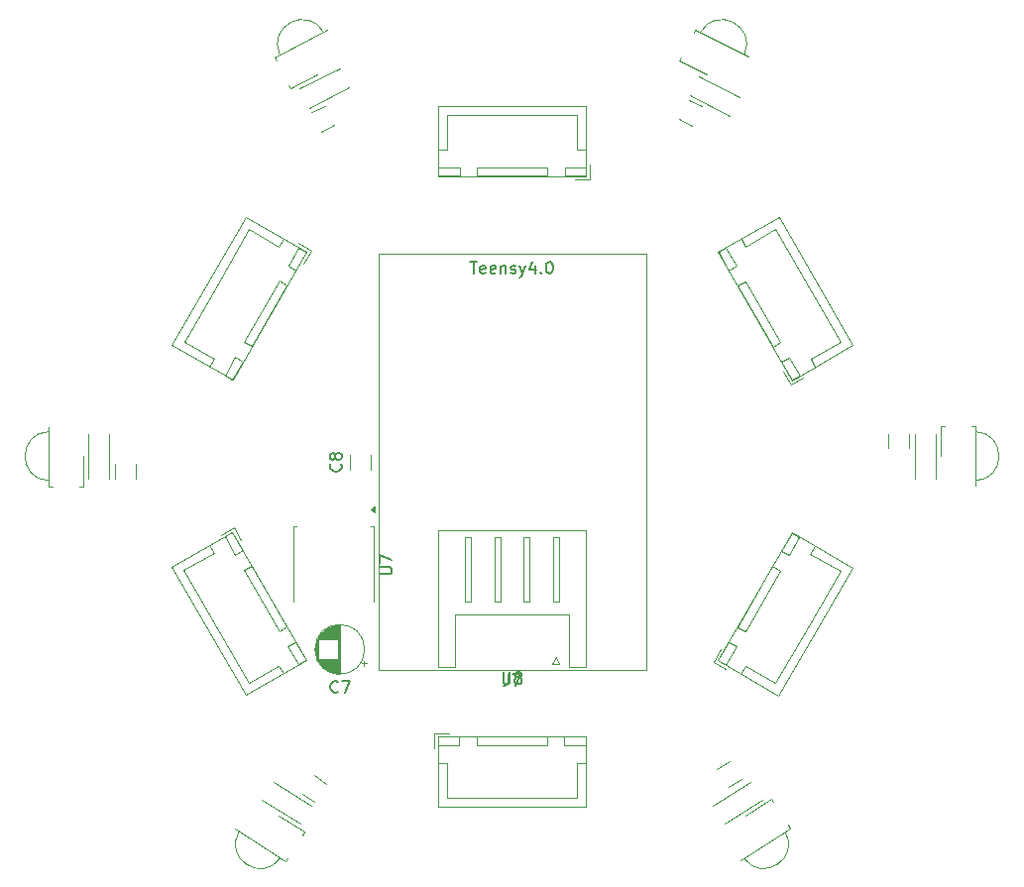
<source format=gbr>
%TF.GenerationSoftware,KiCad,Pcbnew,7.0.11*%
%TF.CreationDate,2025-01-20T02:02:22+09:00*%
%TF.ProjectId,CAM,43414d2e-6b69-4636-9164-5f7063625858,rev?*%
%TF.SameCoordinates,Original*%
%TF.FileFunction,Legend,Top*%
%TF.FilePolarity,Positive*%
%FSLAX46Y46*%
G04 Gerber Fmt 4.6, Leading zero omitted, Abs format (unit mm)*
G04 Created by KiCad (PCBNEW 7.0.11) date 2025-01-20 02:02:22*
%MOMM*%
%LPD*%
G01*
G04 APERTURE LIST*
%ADD10C,0.150000*%
%ADD11C,0.120000*%
G04 APERTURE END LIST*
D10*
X151638095Y-120064819D02*
X151638095Y-120874342D01*
X151638095Y-120874342D02*
X151685714Y-120969580D01*
X151685714Y-120969580D02*
X151733333Y-121017200D01*
X151733333Y-121017200D02*
X151828571Y-121064819D01*
X151828571Y-121064819D02*
X152019047Y-121064819D01*
X152019047Y-121064819D02*
X152114285Y-121017200D01*
X152114285Y-121017200D02*
X152161904Y-120969580D01*
X152161904Y-120969580D02*
X152209523Y-120874342D01*
X152209523Y-120874342D02*
X152209523Y-120064819D01*
X152828571Y-120493390D02*
X152733333Y-120445771D01*
X152733333Y-120445771D02*
X152685714Y-120398152D01*
X152685714Y-120398152D02*
X152638095Y-120302914D01*
X152638095Y-120302914D02*
X152638095Y-120255295D01*
X152638095Y-120255295D02*
X152685714Y-120160057D01*
X152685714Y-120160057D02*
X152733333Y-120112438D01*
X152733333Y-120112438D02*
X152828571Y-120064819D01*
X152828571Y-120064819D02*
X153019047Y-120064819D01*
X153019047Y-120064819D02*
X153114285Y-120112438D01*
X153114285Y-120112438D02*
X153161904Y-120160057D01*
X153161904Y-120160057D02*
X153209523Y-120255295D01*
X153209523Y-120255295D02*
X153209523Y-120302914D01*
X153209523Y-120302914D02*
X153161904Y-120398152D01*
X153161904Y-120398152D02*
X153114285Y-120445771D01*
X153114285Y-120445771D02*
X153019047Y-120493390D01*
X153019047Y-120493390D02*
X152828571Y-120493390D01*
X152828571Y-120493390D02*
X152733333Y-120541009D01*
X152733333Y-120541009D02*
X152685714Y-120588628D01*
X152685714Y-120588628D02*
X152638095Y-120683866D01*
X152638095Y-120683866D02*
X152638095Y-120874342D01*
X152638095Y-120874342D02*
X152685714Y-120969580D01*
X152685714Y-120969580D02*
X152733333Y-121017200D01*
X152733333Y-121017200D02*
X152828571Y-121064819D01*
X152828571Y-121064819D02*
X153019047Y-121064819D01*
X153019047Y-121064819D02*
X153114285Y-121017200D01*
X153114285Y-121017200D02*
X153161904Y-120969580D01*
X153161904Y-120969580D02*
X153209523Y-120874342D01*
X153209523Y-120874342D02*
X153209523Y-120683866D01*
X153209523Y-120683866D02*
X153161904Y-120588628D01*
X153161904Y-120588628D02*
X153114285Y-120541009D01*
X153114285Y-120541009D02*
X153019047Y-120493390D01*
X148828571Y-85004819D02*
X149399999Y-85004819D01*
X149114285Y-86004819D02*
X149114285Y-85004819D01*
X150114285Y-85957200D02*
X150019047Y-86004819D01*
X150019047Y-86004819D02*
X149828571Y-86004819D01*
X149828571Y-86004819D02*
X149733333Y-85957200D01*
X149733333Y-85957200D02*
X149685714Y-85861961D01*
X149685714Y-85861961D02*
X149685714Y-85481009D01*
X149685714Y-85481009D02*
X149733333Y-85385771D01*
X149733333Y-85385771D02*
X149828571Y-85338152D01*
X149828571Y-85338152D02*
X150019047Y-85338152D01*
X150019047Y-85338152D02*
X150114285Y-85385771D01*
X150114285Y-85385771D02*
X150161904Y-85481009D01*
X150161904Y-85481009D02*
X150161904Y-85576247D01*
X150161904Y-85576247D02*
X149685714Y-85671485D01*
X150971428Y-85957200D02*
X150876190Y-86004819D01*
X150876190Y-86004819D02*
X150685714Y-86004819D01*
X150685714Y-86004819D02*
X150590476Y-85957200D01*
X150590476Y-85957200D02*
X150542857Y-85861961D01*
X150542857Y-85861961D02*
X150542857Y-85481009D01*
X150542857Y-85481009D02*
X150590476Y-85385771D01*
X150590476Y-85385771D02*
X150685714Y-85338152D01*
X150685714Y-85338152D02*
X150876190Y-85338152D01*
X150876190Y-85338152D02*
X150971428Y-85385771D01*
X150971428Y-85385771D02*
X151019047Y-85481009D01*
X151019047Y-85481009D02*
X151019047Y-85576247D01*
X151019047Y-85576247D02*
X150542857Y-85671485D01*
X151447619Y-85338152D02*
X151447619Y-86004819D01*
X151447619Y-85433390D02*
X151495238Y-85385771D01*
X151495238Y-85385771D02*
X151590476Y-85338152D01*
X151590476Y-85338152D02*
X151733333Y-85338152D01*
X151733333Y-85338152D02*
X151828571Y-85385771D01*
X151828571Y-85385771D02*
X151876190Y-85481009D01*
X151876190Y-85481009D02*
X151876190Y-86004819D01*
X152304762Y-85957200D02*
X152400000Y-86004819D01*
X152400000Y-86004819D02*
X152590476Y-86004819D01*
X152590476Y-86004819D02*
X152685714Y-85957200D01*
X152685714Y-85957200D02*
X152733333Y-85861961D01*
X152733333Y-85861961D02*
X152733333Y-85814342D01*
X152733333Y-85814342D02*
X152685714Y-85719104D01*
X152685714Y-85719104D02*
X152590476Y-85671485D01*
X152590476Y-85671485D02*
X152447619Y-85671485D01*
X152447619Y-85671485D02*
X152352381Y-85623866D01*
X152352381Y-85623866D02*
X152304762Y-85528628D01*
X152304762Y-85528628D02*
X152304762Y-85481009D01*
X152304762Y-85481009D02*
X152352381Y-85385771D01*
X152352381Y-85385771D02*
X152447619Y-85338152D01*
X152447619Y-85338152D02*
X152590476Y-85338152D01*
X152590476Y-85338152D02*
X152685714Y-85385771D01*
X153066667Y-85338152D02*
X153304762Y-86004819D01*
X153542857Y-85338152D02*
X153304762Y-86004819D01*
X153304762Y-86004819D02*
X153209524Y-86242914D01*
X153209524Y-86242914D02*
X153161905Y-86290533D01*
X153161905Y-86290533D02*
X153066667Y-86338152D01*
X154352381Y-85338152D02*
X154352381Y-86004819D01*
X154114286Y-84957200D02*
X153876191Y-85671485D01*
X153876191Y-85671485D02*
X154495238Y-85671485D01*
X154876191Y-85909580D02*
X154923810Y-85957200D01*
X154923810Y-85957200D02*
X154876191Y-86004819D01*
X154876191Y-86004819D02*
X154828572Y-85957200D01*
X154828572Y-85957200D02*
X154876191Y-85909580D01*
X154876191Y-85909580D02*
X154876191Y-86004819D01*
X155542857Y-85004819D02*
X155638095Y-85004819D01*
X155638095Y-85004819D02*
X155733333Y-85052438D01*
X155733333Y-85052438D02*
X155780952Y-85100057D01*
X155780952Y-85100057D02*
X155828571Y-85195295D01*
X155828571Y-85195295D02*
X155876190Y-85385771D01*
X155876190Y-85385771D02*
X155876190Y-85623866D01*
X155876190Y-85623866D02*
X155828571Y-85814342D01*
X155828571Y-85814342D02*
X155780952Y-85909580D01*
X155780952Y-85909580D02*
X155733333Y-85957200D01*
X155733333Y-85957200D02*
X155638095Y-86004819D01*
X155638095Y-86004819D02*
X155542857Y-86004819D01*
X155542857Y-86004819D02*
X155447619Y-85957200D01*
X155447619Y-85957200D02*
X155400000Y-85909580D01*
X155400000Y-85909580D02*
X155352381Y-85814342D01*
X155352381Y-85814342D02*
X155304762Y-85623866D01*
X155304762Y-85623866D02*
X155304762Y-85385771D01*
X155304762Y-85385771D02*
X155352381Y-85195295D01*
X155352381Y-85195295D02*
X155400000Y-85100057D01*
X155400000Y-85100057D02*
X155447619Y-85052438D01*
X155447619Y-85052438D02*
X155542857Y-85004819D01*
X141115819Y-111666904D02*
X141925342Y-111666904D01*
X141925342Y-111666904D02*
X142020580Y-111619285D01*
X142020580Y-111619285D02*
X142068200Y-111571666D01*
X142068200Y-111571666D02*
X142115819Y-111476428D01*
X142115819Y-111476428D02*
X142115819Y-111285952D01*
X142115819Y-111285952D02*
X142068200Y-111190714D01*
X142068200Y-111190714D02*
X142020580Y-111143095D01*
X142020580Y-111143095D02*
X141925342Y-111095476D01*
X141925342Y-111095476D02*
X141115819Y-111095476D01*
X141115819Y-110714523D02*
X141115819Y-110047857D01*
X141115819Y-110047857D02*
X142115819Y-110476428D01*
X152066666Y-120196819D02*
X152066666Y-120911104D01*
X152066666Y-120911104D02*
X152019047Y-121053961D01*
X152019047Y-121053961D02*
X151923809Y-121149200D01*
X151923809Y-121149200D02*
X151780952Y-121196819D01*
X151780952Y-121196819D02*
X151685714Y-121196819D01*
X152447619Y-120196819D02*
X153114285Y-120196819D01*
X153114285Y-120196819D02*
X152685714Y-121196819D01*
X137755580Y-102274666D02*
X137803200Y-102322285D01*
X137803200Y-102322285D02*
X137850819Y-102465142D01*
X137850819Y-102465142D02*
X137850819Y-102560380D01*
X137850819Y-102560380D02*
X137803200Y-102703237D01*
X137803200Y-102703237D02*
X137707961Y-102798475D01*
X137707961Y-102798475D02*
X137612723Y-102846094D01*
X137612723Y-102846094D02*
X137422247Y-102893713D01*
X137422247Y-102893713D02*
X137279390Y-102893713D01*
X137279390Y-102893713D02*
X137088914Y-102846094D01*
X137088914Y-102846094D02*
X136993676Y-102798475D01*
X136993676Y-102798475D02*
X136898438Y-102703237D01*
X136898438Y-102703237D02*
X136850819Y-102560380D01*
X136850819Y-102560380D02*
X136850819Y-102465142D01*
X136850819Y-102465142D02*
X136898438Y-102322285D01*
X136898438Y-102322285D02*
X136946057Y-102274666D01*
X137279390Y-101703237D02*
X137231771Y-101798475D01*
X137231771Y-101798475D02*
X137184152Y-101846094D01*
X137184152Y-101846094D02*
X137088914Y-101893713D01*
X137088914Y-101893713D02*
X137041295Y-101893713D01*
X137041295Y-101893713D02*
X136946057Y-101846094D01*
X136946057Y-101846094D02*
X136898438Y-101798475D01*
X136898438Y-101798475D02*
X136850819Y-101703237D01*
X136850819Y-101703237D02*
X136850819Y-101512761D01*
X136850819Y-101512761D02*
X136898438Y-101417523D01*
X136898438Y-101417523D02*
X136946057Y-101369904D01*
X136946057Y-101369904D02*
X137041295Y-101322285D01*
X137041295Y-101322285D02*
X137088914Y-101322285D01*
X137088914Y-101322285D02*
X137184152Y-101369904D01*
X137184152Y-101369904D02*
X137231771Y-101417523D01*
X137231771Y-101417523D02*
X137279390Y-101512761D01*
X137279390Y-101512761D02*
X137279390Y-101703237D01*
X137279390Y-101703237D02*
X137327009Y-101798475D01*
X137327009Y-101798475D02*
X137374628Y-101846094D01*
X137374628Y-101846094D02*
X137469866Y-101893713D01*
X137469866Y-101893713D02*
X137660342Y-101893713D01*
X137660342Y-101893713D02*
X137755580Y-101846094D01*
X137755580Y-101846094D02*
X137803200Y-101798475D01*
X137803200Y-101798475D02*
X137850819Y-101703237D01*
X137850819Y-101703237D02*
X137850819Y-101512761D01*
X137850819Y-101512761D02*
X137803200Y-101417523D01*
X137803200Y-101417523D02*
X137755580Y-101369904D01*
X137755580Y-101369904D02*
X137660342Y-101322285D01*
X137660342Y-101322285D02*
X137469866Y-101322285D01*
X137469866Y-101322285D02*
X137374628Y-101369904D01*
X137374628Y-101369904D02*
X137327009Y-101417523D01*
X137327009Y-101417523D02*
X137279390Y-101512761D01*
X137517333Y-121719580D02*
X137469714Y-121767200D01*
X137469714Y-121767200D02*
X137326857Y-121814819D01*
X137326857Y-121814819D02*
X137231619Y-121814819D01*
X137231619Y-121814819D02*
X137088762Y-121767200D01*
X137088762Y-121767200D02*
X136993524Y-121671961D01*
X136993524Y-121671961D02*
X136945905Y-121576723D01*
X136945905Y-121576723D02*
X136898286Y-121386247D01*
X136898286Y-121386247D02*
X136898286Y-121243390D01*
X136898286Y-121243390D02*
X136945905Y-121052914D01*
X136945905Y-121052914D02*
X136993524Y-120957676D01*
X136993524Y-120957676D02*
X137088762Y-120862438D01*
X137088762Y-120862438D02*
X137231619Y-120814819D01*
X137231619Y-120814819D02*
X137326857Y-120814819D01*
X137326857Y-120814819D02*
X137469714Y-120862438D01*
X137469714Y-120862438D02*
X137517333Y-120910057D01*
X137850667Y-120814819D02*
X138517333Y-120814819D01*
X138517333Y-120814819D02*
X138088762Y-121814819D01*
D11*
%TO.C,C3*%
X171970592Y-129206999D02*
X170915545Y-129892155D01*
X170968457Y-127663845D02*
X169913409Y-128349001D01*
%TO.C,U2*%
X188981000Y-99000000D02*
X188981000Y-101600000D01*
X189331000Y-99000000D02*
X188981000Y-99000000D01*
X191651000Y-99000000D02*
X191991000Y-99000000D01*
X191991000Y-99000000D02*
X191991000Y-104090000D01*
X191992736Y-103699916D02*
G75*
G03*
X191991000Y-99500001I-101736J2099916D01*
G01*
%TO.C,U8*%
X140970000Y-84280000D02*
X140970000Y-119840000D01*
X140970000Y-119840000D02*
X163830000Y-119840000D01*
X163830000Y-84280000D02*
X140970000Y-84280000D01*
X163830000Y-119840000D02*
X163830000Y-84280000D01*
%TO.C,U7*%
X140611000Y-107595000D02*
X140341000Y-107595000D01*
X133711000Y-107595000D02*
X133981000Y-107595000D01*
X140611000Y-114015000D02*
X140611000Y-107595000D01*
X133711000Y-114015000D02*
X133711000Y-107595000D01*
X140631000Y-106415000D02*
X140301000Y-106175000D01*
X140631000Y-105935000D01*
X140631000Y-106415000D01*
G36*
X140631000Y-106415000D02*
G01*
X140301000Y-106175000D01*
X140631000Y-105935000D01*
X140631000Y-106415000D01*
G37*
%TO.C,C1*%
X167500986Y-71152202D02*
X168621873Y-71723322D01*
X166665644Y-72791654D02*
X167786530Y-73362774D01*
%TO.C,R4*%
X132061795Y-129392819D02*
X135282290Y-131484233D01*
X131059659Y-130935973D02*
X134280154Y-133027387D01*
%TO.C,J7*%
X158710000Y-119652000D02*
X157290000Y-119652000D01*
X158710000Y-107932000D02*
X158710000Y-119652000D01*
X157290000Y-119652000D02*
X157290000Y-115152000D01*
X157290000Y-115152000D02*
X152400000Y-115152000D01*
X156450000Y-119342000D02*
X155850000Y-119342000D01*
X156400000Y-114042000D02*
X156400000Y-108542000D01*
X156400000Y-108542000D02*
X155900000Y-108542000D01*
X156150000Y-118742000D02*
X156450000Y-119342000D01*
X155900000Y-114042000D02*
X156400000Y-114042000D01*
X155900000Y-108542000D02*
X155900000Y-114042000D01*
X155850000Y-119342000D02*
X156150000Y-118742000D01*
X153900000Y-114042000D02*
X153900000Y-108542000D01*
X153900000Y-108542000D02*
X153400000Y-108542000D01*
X153400000Y-114042000D02*
X153900000Y-114042000D01*
X153400000Y-108542000D02*
X153400000Y-114042000D01*
X152400000Y-107932000D02*
X158710000Y-107932000D01*
X152400000Y-107932000D02*
X146090000Y-107932000D01*
X151400000Y-114042000D02*
X151400000Y-108542000D01*
X151400000Y-108542000D02*
X150900000Y-108542000D01*
X150900000Y-114042000D02*
X151400000Y-114042000D01*
X150900000Y-108542000D02*
X150900000Y-114042000D01*
X148900000Y-114042000D02*
X148900000Y-108542000D01*
X148900000Y-108542000D02*
X148400000Y-108542000D01*
X148400000Y-114042000D02*
X148900000Y-114042000D01*
X148400000Y-108542000D02*
X148400000Y-114042000D01*
X147510000Y-119652000D02*
X147510000Y-115152000D01*
X147510000Y-115152000D02*
X152400000Y-115152000D01*
X146090000Y-119652000D02*
X147510000Y-119652000D01*
X146090000Y-107932000D02*
X146090000Y-119652000D01*
%TO.C,C8*%
X138526000Y-102737000D02*
X138526000Y-101479000D01*
X140366000Y-102737000D02*
X140366000Y-101479000D01*
%TO.C,R5*%
X118014000Y-99680000D02*
X118014000Y-103520000D01*
X116174000Y-99680000D02*
X116174000Y-103520000D01*
%TO.C,R6*%
X138499815Y-70090188D02*
X135078350Y-71833512D01*
X137664473Y-68450736D02*
X134243008Y-70194060D01*
%TO.C,U5*%
X115819000Y-104200000D02*
X115819000Y-101600000D01*
X115469000Y-104200000D02*
X115819000Y-104200000D01*
X113149000Y-104200000D02*
X112809000Y-104200000D01*
X112809000Y-104200000D02*
X112809000Y-99110000D01*
X112807264Y-99500084D02*
G75*
G03*
X112809000Y-103699999I101736J-2099916D01*
G01*
%TO.C,R3*%
X169517711Y-131484233D02*
X172738206Y-129392819D01*
X170519847Y-133027387D02*
X173740342Y-130935973D01*
%TO.C,J4*%
X145780000Y-125266000D02*
X145780000Y-126516000D01*
X146070000Y-125556000D02*
X146070000Y-131526000D01*
X146070000Y-131526000D02*
X158690000Y-131526000D01*
X146080000Y-125566000D02*
X146080000Y-126316000D01*
X146080000Y-126316000D02*
X147880000Y-126316000D01*
X146080000Y-127816000D02*
X146830000Y-127816000D01*
X146830000Y-127816000D02*
X146830000Y-130766000D01*
X146830000Y-130766000D02*
X152380000Y-130766000D01*
X147030000Y-125266000D02*
X145780000Y-125266000D01*
X147880000Y-125566000D02*
X146080000Y-125566000D01*
X147880000Y-126316000D02*
X147880000Y-125566000D01*
X149380000Y-125566000D02*
X149380000Y-126316000D01*
X149380000Y-126316000D02*
X155380000Y-126316000D01*
X155380000Y-125566000D02*
X149380000Y-125566000D01*
X155380000Y-126316000D02*
X155380000Y-125566000D01*
X156880000Y-125566000D02*
X156880000Y-126316000D01*
X156880000Y-126316000D02*
X158680000Y-126316000D01*
X157930000Y-127816000D02*
X157930000Y-130766000D01*
X157930000Y-130766000D02*
X152380000Y-130766000D01*
X158680000Y-125566000D02*
X156880000Y-125566000D01*
X158680000Y-126316000D02*
X158680000Y-125566000D01*
X158680000Y-127816000D02*
X157930000Y-127816000D01*
X158690000Y-125556000D02*
X146070000Y-125556000D01*
X158690000Y-131526000D02*
X158690000Y-125556000D01*
%TO.C,J2*%
X176205357Y-95500088D02*
X177287889Y-94875088D01*
X176311505Y-95103941D02*
X181481676Y-92118941D01*
X181481676Y-92118941D02*
X175171676Y-81189700D01*
X176315165Y-95090281D02*
X176964684Y-94715281D01*
X176964684Y-94715281D02*
X176064684Y-93156435D01*
X178263722Y-93965281D02*
X177888722Y-93315762D01*
X177888722Y-93315762D02*
X180443497Y-91840762D01*
X180443497Y-91840762D02*
X177668497Y-87034321D01*
X175580357Y-94417557D02*
X176205357Y-95500088D01*
X175415165Y-93531435D02*
X176315165Y-95090281D01*
X176064684Y-93156435D02*
X175415165Y-93531435D01*
X174665165Y-92232397D02*
X175314684Y-91857397D01*
X175314684Y-91857397D02*
X172314684Y-86661245D01*
X171665165Y-87036245D02*
X174665165Y-92232397D01*
X172314684Y-86661245D02*
X171665165Y-87036245D01*
X170915165Y-85737206D02*
X171564684Y-85362206D01*
X171564684Y-85362206D02*
X170664684Y-83803361D01*
X172338722Y-83702880D02*
X174893497Y-82227880D01*
X174893497Y-82227880D02*
X177668497Y-87034321D01*
X170015165Y-84178361D02*
X170915165Y-85737206D01*
X170664684Y-83803361D02*
X170015165Y-84178361D01*
X171963722Y-83053361D02*
X172338722Y-83702880D01*
X170001505Y-84174700D02*
X176311505Y-95103941D01*
X175171676Y-81189700D02*
X170001505Y-84174700D01*
%TO.C,J6*%
X135229365Y-84042412D02*
X134146833Y-83417412D01*
X134833217Y-84148559D02*
X129663046Y-81163559D01*
X129663046Y-81163559D02*
X123353046Y-92092800D01*
X134819557Y-84152219D02*
X134170038Y-83777219D01*
X134170038Y-83777219D02*
X133270038Y-85336065D01*
X132871000Y-83027219D02*
X132496000Y-83676738D01*
X132496000Y-83676738D02*
X129941225Y-82201738D01*
X129941225Y-82201738D02*
X127166225Y-87008179D01*
X134604365Y-85124943D02*
X135229365Y-84042412D01*
X133919557Y-85711065D02*
X134819557Y-84152219D01*
X133270038Y-85336065D02*
X133919557Y-85711065D01*
X133169557Y-87010103D02*
X132520038Y-86635103D01*
X132520038Y-86635103D02*
X129520038Y-91831255D01*
X130169557Y-92206255D02*
X133169557Y-87010103D01*
X129520038Y-91831255D02*
X130169557Y-92206255D01*
X129419557Y-93505294D02*
X128770038Y-93130294D01*
X128770038Y-93130294D02*
X127870038Y-94689139D01*
X126946000Y-93289620D02*
X124391225Y-91814620D01*
X124391225Y-91814620D02*
X127166225Y-87008179D01*
X128519557Y-95064139D02*
X129419557Y-93505294D01*
X127870038Y-94689139D02*
X128519557Y-95064139D01*
X126571000Y-93939139D02*
X126946000Y-93289620D01*
X128523217Y-95077800D02*
X134833217Y-84148559D01*
X123353046Y-92092800D02*
X128523217Y-95077800D01*
%TO.C,C7*%
X139953801Y-119305000D02*
X139553801Y-119305000D01*
X139753801Y-119505000D02*
X139753801Y-119105000D01*
X137684000Y-120190000D02*
X137684000Y-116030000D01*
X137644000Y-120190000D02*
X137644000Y-116030000D01*
X137604000Y-120189000D02*
X137604000Y-116031000D01*
X137564000Y-120187000D02*
X137564000Y-116033000D01*
X137524000Y-120184000D02*
X137524000Y-116036000D01*
X137484000Y-120181000D02*
X137484000Y-118950000D01*
X137484000Y-117270000D02*
X137484000Y-116039000D01*
X137444000Y-120177000D02*
X137444000Y-118950000D01*
X137444000Y-117270000D02*
X137444000Y-116043000D01*
X137404000Y-120172000D02*
X137404000Y-118950000D01*
X137404000Y-117270000D02*
X137404000Y-116048000D01*
X137364000Y-120166000D02*
X137364000Y-118950000D01*
X137364000Y-117270000D02*
X137364000Y-116054000D01*
X137324000Y-120160000D02*
X137324000Y-118950000D01*
X137324000Y-117270000D02*
X137324000Y-116060000D01*
X137284000Y-120152000D02*
X137284000Y-118950000D01*
X137284000Y-117270000D02*
X137284000Y-116068000D01*
X137244000Y-120144000D02*
X137244000Y-118950000D01*
X137244000Y-117270000D02*
X137244000Y-116076000D01*
X137204000Y-120135000D02*
X137204000Y-118950000D01*
X137204000Y-117270000D02*
X137204000Y-116085000D01*
X137164000Y-120126000D02*
X137164000Y-118950000D01*
X137164000Y-117270000D02*
X137164000Y-116094000D01*
X137124000Y-120115000D02*
X137124000Y-118950000D01*
X137124000Y-117270000D02*
X137124000Y-116105000D01*
X137084000Y-120104000D02*
X137084000Y-118950000D01*
X137084000Y-117270000D02*
X137084000Y-116116000D01*
X137044000Y-120092000D02*
X137044000Y-118950000D01*
X137044000Y-117270000D02*
X137044000Y-116128000D01*
X137004000Y-120078000D02*
X137004000Y-118950000D01*
X137004000Y-117270000D02*
X137004000Y-116142000D01*
X136963000Y-120064000D02*
X136963000Y-118950000D01*
X136963000Y-117270000D02*
X136963000Y-116156000D01*
X136923000Y-120050000D02*
X136923000Y-118950000D01*
X136923000Y-117270000D02*
X136923000Y-116170000D01*
X136883000Y-120034000D02*
X136883000Y-118950000D01*
X136883000Y-117270000D02*
X136883000Y-116186000D01*
X136843000Y-120017000D02*
X136843000Y-118950000D01*
X136843000Y-117270000D02*
X136843000Y-116203000D01*
X136803000Y-119999000D02*
X136803000Y-118950000D01*
X136803000Y-117270000D02*
X136803000Y-116221000D01*
X136763000Y-119980000D02*
X136763000Y-118950000D01*
X136763000Y-117270000D02*
X136763000Y-116240000D01*
X136723000Y-119961000D02*
X136723000Y-118950000D01*
X136723000Y-117270000D02*
X136723000Y-116259000D01*
X136683000Y-119940000D02*
X136683000Y-118950000D01*
X136683000Y-117270000D02*
X136683000Y-116280000D01*
X136643000Y-119918000D02*
X136643000Y-118950000D01*
X136643000Y-117270000D02*
X136643000Y-116302000D01*
X136603000Y-119895000D02*
X136603000Y-118950000D01*
X136603000Y-117270000D02*
X136603000Y-116325000D01*
X136563000Y-119870000D02*
X136563000Y-118950000D01*
X136563000Y-117270000D02*
X136563000Y-116350000D01*
X136523000Y-119845000D02*
X136523000Y-118950000D01*
X136523000Y-117270000D02*
X136523000Y-116375000D01*
X136483000Y-119818000D02*
X136483000Y-118950000D01*
X136483000Y-117270000D02*
X136483000Y-116402000D01*
X136443000Y-119790000D02*
X136443000Y-118950000D01*
X136443000Y-117270000D02*
X136443000Y-116430000D01*
X136403000Y-119760000D02*
X136403000Y-118950000D01*
X136403000Y-117270000D02*
X136403000Y-116460000D01*
X136363000Y-119729000D02*
X136363000Y-118950000D01*
X136363000Y-117270000D02*
X136363000Y-116491000D01*
X136323000Y-119697000D02*
X136323000Y-118950000D01*
X136323000Y-117270000D02*
X136323000Y-116523000D01*
X136283000Y-119662000D02*
X136283000Y-118950000D01*
X136283000Y-117270000D02*
X136283000Y-116558000D01*
X136243000Y-119626000D02*
X136243000Y-118950000D01*
X136243000Y-117270000D02*
X136243000Y-116594000D01*
X136203000Y-119588000D02*
X136203000Y-118950000D01*
X136203000Y-117270000D02*
X136203000Y-116632000D01*
X136163000Y-119548000D02*
X136163000Y-118950000D01*
X136163000Y-117270000D02*
X136163000Y-116672000D01*
X136123000Y-119506000D02*
X136123000Y-118950000D01*
X136123000Y-117270000D02*
X136123000Y-116714000D01*
X136083000Y-119461000D02*
X136083000Y-118950000D01*
X136083000Y-117270000D02*
X136083000Y-116759000D01*
X136043000Y-119414000D02*
X136043000Y-118950000D01*
X136043000Y-117270000D02*
X136043000Y-116806000D01*
X136003000Y-119364000D02*
X136003000Y-118950000D01*
X136003000Y-117270000D02*
X136003000Y-116856000D01*
X135963000Y-119310000D02*
X135963000Y-118950000D01*
X135963000Y-117270000D02*
X135963000Y-116910000D01*
X135923000Y-119252000D02*
X135923000Y-118950000D01*
X135923000Y-117270000D02*
X135923000Y-116968000D01*
X135883000Y-119190000D02*
X135883000Y-118950000D01*
X135883000Y-117270000D02*
X135883000Y-117030000D01*
X135843000Y-119123000D02*
X135843000Y-117097000D01*
X135803000Y-119050000D02*
X135803000Y-117170000D01*
X135763000Y-118969000D02*
X135763000Y-117251000D01*
X135723000Y-118878000D02*
X135723000Y-117342000D01*
X135683000Y-118774000D02*
X135683000Y-117446000D01*
X135643000Y-118647000D02*
X135643000Y-117573000D01*
X135603000Y-118480000D02*
X135603000Y-117740000D01*
X139804000Y-118110000D02*
G75*
G03*
X135564000Y-118110000I-2120000J0D01*
G01*
X135564000Y-118110000D02*
G75*
G03*
X139804000Y-118110000I2120000J0D01*
G01*
%TO.C,C5*%
X118460000Y-103519000D02*
X118460000Y-102261000D01*
X120300000Y-103519000D02*
X120300000Y-102261000D01*
%TO.C,C4*%
X135524360Y-131109641D02*
X134469312Y-130424485D01*
X136526495Y-129566487D02*
X135471448Y-128881331D01*
%TO.C,R1*%
X170979905Y-72528252D02*
X167558440Y-70784928D01*
X171815247Y-70888800D02*
X168393782Y-69145476D01*
%TO.C,J3*%
X169585357Y-119166088D02*
X170667889Y-119791088D01*
X169981505Y-119059941D02*
X175151676Y-122044941D01*
X175151676Y-122044941D02*
X181461676Y-111115700D01*
X169995165Y-119056281D02*
X170644684Y-119431281D01*
X170644684Y-119431281D02*
X171544684Y-117872435D01*
X171943722Y-120181281D02*
X172318722Y-119531762D01*
X172318722Y-119531762D02*
X174873497Y-121006762D01*
X174873497Y-121006762D02*
X177648497Y-116200321D01*
X170210357Y-118083557D02*
X169585357Y-119166088D01*
X170895165Y-117497435D02*
X169995165Y-119056281D01*
X171544684Y-117872435D02*
X170895165Y-117497435D01*
X171645165Y-116198397D02*
X172294684Y-116573397D01*
X172294684Y-116573397D02*
X175294684Y-111377245D01*
X174645165Y-111002245D02*
X171645165Y-116198397D01*
X175294684Y-111377245D02*
X174645165Y-111002245D01*
X175395165Y-109703206D02*
X176044684Y-110078206D01*
X176044684Y-110078206D02*
X176944684Y-108519361D01*
X177868722Y-109918880D02*
X180423497Y-111393880D01*
X180423497Y-111393880D02*
X177648497Y-116200321D01*
X176295165Y-108144361D02*
X175395165Y-109703206D01*
X176944684Y-108519361D02*
X176295165Y-108144361D01*
X178243722Y-109269361D02*
X177868722Y-109918880D01*
X176291505Y-108130700D02*
X169981505Y-119059941D01*
X181461676Y-111115700D02*
X176291505Y-108130700D01*
%TO.C,U4*%
X134652202Y-133703017D02*
X132471658Y-132286956D01*
X134461578Y-133996552D02*
X134652202Y-133703017D01*
X133198015Y-135942267D02*
X133012838Y-136227415D01*
X133012838Y-136227415D02*
X128744005Y-133455203D01*
X129070212Y-133669114D02*
G75*
G03*
X132593503Y-135955096I1816547J-1058373D01*
G01*
%TO.C,U6*%
X133475956Y-70186466D02*
X135792573Y-69006091D01*
X133317059Y-69874614D02*
X133475956Y-70186466D01*
X132263801Y-67807479D02*
X132109445Y-67504536D01*
X132109445Y-67504536D02*
X136644668Y-65193725D01*
X136296312Y-65369272D02*
G75*
G03*
X132554949Y-67277541I-1824851J-1043990D01*
G01*
%TO.C,U1*%
X166690810Y-67825715D02*
X169007427Y-69006090D01*
X166849706Y-67513862D02*
X166690810Y-67825715D01*
X167902964Y-65446727D02*
X168057321Y-65143785D01*
X168057321Y-65143785D02*
X172592544Y-67454597D01*
X172245766Y-67275956D02*
G75*
G03*
X168502824Y-65370780I-1917227J862695D01*
G01*
%TO.C,J1*%
X159020000Y-77951000D02*
X159020000Y-76701000D01*
X158730000Y-77661000D02*
X158730000Y-71691000D01*
X158730000Y-71691000D02*
X146110000Y-71691000D01*
X158720000Y-77651000D02*
X158720000Y-76901000D01*
X158720000Y-76901000D02*
X156920000Y-76901000D01*
X158720000Y-75401000D02*
X157970000Y-75401000D01*
X157970000Y-75401000D02*
X157970000Y-72451000D01*
X157970000Y-72451000D02*
X152420000Y-72451000D01*
X157770000Y-77951000D02*
X159020000Y-77951000D01*
X156920000Y-77651000D02*
X158720000Y-77651000D01*
X156920000Y-76901000D02*
X156920000Y-77651000D01*
X155420000Y-77651000D02*
X155420000Y-76901000D01*
X155420000Y-76901000D02*
X149420000Y-76901000D01*
X149420000Y-77651000D02*
X155420000Y-77651000D01*
X149420000Y-76901000D02*
X149420000Y-77651000D01*
X147920000Y-77651000D02*
X147920000Y-76901000D01*
X147920000Y-76901000D02*
X146120000Y-76901000D01*
X146870000Y-75401000D02*
X146870000Y-72451000D01*
X146870000Y-72451000D02*
X152420000Y-72451000D01*
X146120000Y-77651000D02*
X147920000Y-77651000D01*
X146120000Y-76901000D02*
X146120000Y-77651000D01*
X146120000Y-75401000D02*
X146870000Y-75401000D01*
X146110000Y-77661000D02*
X158730000Y-77661000D01*
X146110000Y-71691000D02*
X146110000Y-77661000D01*
%TO.C,U3*%
X174503984Y-130863347D02*
X172323440Y-132279408D01*
X174694607Y-131156882D02*
X174503984Y-130863347D01*
X175958170Y-133102597D02*
X176143347Y-133387745D01*
X176143347Y-133387745D02*
X171874514Y-136159958D01*
X172202611Y-135948959D02*
G75*
G03*
X175724012Y-133660065I1705729J1229019D01*
G01*
%TO.C,R2*%
X186786000Y-103520000D02*
X186786000Y-99680000D01*
X188626000Y-103520000D02*
X188626000Y-99680000D01*
%TO.C,C6*%
X135281721Y-72230446D02*
X136402607Y-71659326D01*
X136117063Y-73869898D02*
X137237950Y-73298778D01*
%TO.C,J5*%
X128609365Y-107691412D02*
X127526833Y-108316412D01*
X128503217Y-108087559D02*
X123333046Y-111072559D01*
X123333046Y-111072559D02*
X129643046Y-122001800D01*
X128499557Y-108101219D02*
X127850038Y-108476219D01*
X127850038Y-108476219D02*
X128750038Y-110035065D01*
X126551000Y-109226219D02*
X126926000Y-109875738D01*
X126926000Y-109875738D02*
X124371225Y-111350738D01*
X124371225Y-111350738D02*
X127146225Y-116157179D01*
X129234365Y-108773943D02*
X128609365Y-107691412D01*
X129399557Y-109660065D02*
X128499557Y-108101219D01*
X128750038Y-110035065D02*
X129399557Y-109660065D01*
X130149557Y-110959103D02*
X129500038Y-111334103D01*
X129500038Y-111334103D02*
X132500038Y-116530255D01*
X133149557Y-116155255D02*
X130149557Y-110959103D01*
X132500038Y-116530255D02*
X133149557Y-116155255D01*
X133899557Y-117454294D02*
X133250038Y-117829294D01*
X133250038Y-117829294D02*
X134150038Y-119388139D01*
X132476000Y-119488620D02*
X129921225Y-120963620D01*
X129921225Y-120963620D02*
X127146225Y-116157179D01*
X134799557Y-119013139D02*
X133899557Y-117454294D01*
X134150038Y-119388139D02*
X134799557Y-119013139D01*
X132851000Y-120138139D02*
X132476000Y-119488620D01*
X134813217Y-119016800D02*
X128503217Y-108087559D01*
X129643046Y-122001800D02*
X134813217Y-119016800D01*
%TO.C,C2*%
X186340000Y-99681000D02*
X186340000Y-100939000D01*
X184500000Y-99681000D02*
X184500000Y-100939000D01*
%TD*%
M02*

</source>
